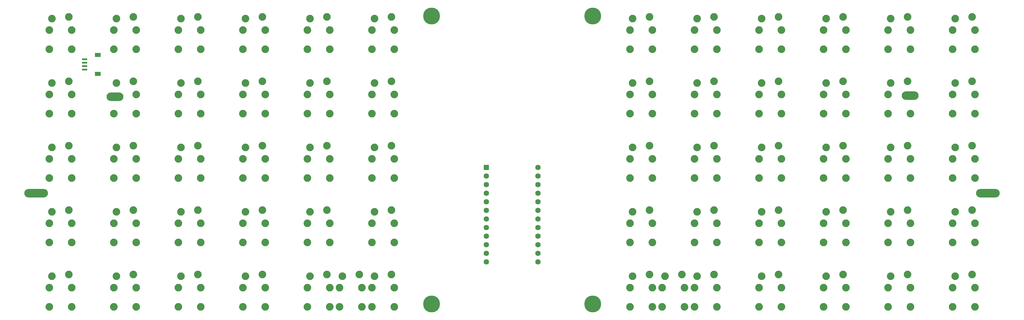
<source format=gbr>
G04 #@! TF.GenerationSoftware,KiCad,Pcbnew,(6.99.0-566-g22ff66f142)*
G04 #@! TF.CreationDate,2022-04-28T17:10:11+03:00*
G04 #@! TF.ProjectId,lumberjerk,6c756d62-6572-46a6-9572-6b2e6b696361,1.2*
G04 #@! TF.SameCoordinates,Original*
G04 #@! TF.FileFunction,Soldermask,Bot*
G04 #@! TF.FilePolarity,Negative*
%FSLAX46Y46*%
G04 Gerber Fmt 4.6, Leading zero omitted, Abs format (unit mm)*
G04 Created by KiCad (PCBNEW (6.99.0-566-g22ff66f142)) date 2022-04-28 17:10:11*
%MOMM*%
%LPD*%
G01*
G04 APERTURE LIST*
%ADD10C,5.000000*%
%ADD11O,7.000000X2.500000*%
%ADD12C,2.250000*%
%ADD13O,5.000000X2.500000*%
%ADD14R,1.600000X1.600000*%
%ADD15C,1.600000*%
%ADD16R,1.800000X1.200000*%
%ADD17R,1.550000X0.600000*%
G04 APERTURE END LIST*
D10*
X128587608Y-59531300D03*
X176212648Y-59531300D03*
X128587608Y-144661059D03*
X176212648Y-144661059D03*
D11*
X11905967Y-111893749D03*
X292893717Y-111893749D03*
D12*
X196724968Y-139835000D03*
X196724968Y-145555000D03*
X197524968Y-136493750D03*
X202524968Y-135993750D03*
X203324968Y-139835000D03*
X203324968Y-145555000D03*
X110999968Y-63635000D03*
X110999968Y-69355000D03*
X111799968Y-60293750D03*
X116799968Y-59793750D03*
X117599968Y-63635000D03*
X117599968Y-69355000D03*
X91949968Y-63635000D03*
X91949968Y-69355000D03*
X92749968Y-60293750D03*
X97749968Y-59793750D03*
X98549968Y-63635000D03*
X98549968Y-69355000D03*
X34799968Y-101735000D03*
X34799968Y-107455000D03*
X35599968Y-98393750D03*
X40599968Y-97893750D03*
X41399968Y-101735000D03*
X41399968Y-107455000D03*
X187199968Y-63635000D03*
X187199968Y-69355000D03*
X187999968Y-60293750D03*
X192999968Y-59793750D03*
X193799968Y-63635000D03*
X193799968Y-69355000D03*
D13*
X269959967Y-82995749D03*
D12*
X53849968Y-120785000D03*
X53849968Y-126505000D03*
X54649968Y-117443750D03*
X59649968Y-116943750D03*
X60449968Y-120785000D03*
X60449968Y-126505000D03*
X187199968Y-82685000D03*
X187199968Y-88405000D03*
X187999968Y-79343750D03*
X192999968Y-78843750D03*
X193799968Y-82685000D03*
X193799968Y-88405000D03*
X225299968Y-63635000D03*
X225299968Y-69355000D03*
X226099968Y-60293750D03*
X231099968Y-59793750D03*
X231899968Y-63635000D03*
X231899968Y-69355000D03*
X110999968Y-82685000D03*
X110999968Y-88405000D03*
X111799968Y-79343750D03*
X116799968Y-78843750D03*
X117599968Y-82685000D03*
X117599968Y-88405000D03*
X34799968Y-63635000D03*
X34799968Y-69355000D03*
X35599968Y-60293750D03*
X40599968Y-59793750D03*
X41399968Y-63635000D03*
X41399968Y-69355000D03*
X72899968Y-63635000D03*
X72899968Y-69355000D03*
X73699968Y-60293750D03*
X78699968Y-59793750D03*
X79499968Y-63635000D03*
X79499968Y-69355000D03*
X15749968Y-139835000D03*
X15749968Y-145555000D03*
X16549968Y-136493750D03*
X21549968Y-135993750D03*
X22349968Y-139835000D03*
X22349968Y-145555000D03*
X53849968Y-63635000D03*
X53849968Y-69355000D03*
X54649968Y-60293750D03*
X59649968Y-59793750D03*
X60449968Y-63635000D03*
X60449968Y-69355000D03*
X206249968Y-139835000D03*
X206249968Y-145555000D03*
X207049968Y-136493750D03*
X212049968Y-135993750D03*
X212849968Y-139835000D03*
X212849968Y-145555000D03*
X282449968Y-139835000D03*
X282449968Y-145555000D03*
X283249968Y-136493750D03*
X288249968Y-135993750D03*
X289049968Y-139835000D03*
X289049968Y-145555000D03*
X15749968Y-120785000D03*
X15749968Y-126505000D03*
X16549968Y-117443750D03*
X21549968Y-116943750D03*
X22349968Y-120785000D03*
X22349968Y-126505000D03*
X263399968Y-82685000D03*
X263399968Y-88405000D03*
X264199968Y-79343750D03*
X269199968Y-78843750D03*
X269999968Y-88405000D03*
X53849968Y-101735000D03*
X53849968Y-107455000D03*
X54649968Y-98393750D03*
X59649968Y-97893750D03*
X60449968Y-101735000D03*
X60449968Y-107455000D03*
X244349968Y-101735000D03*
X244349968Y-107455000D03*
X245149968Y-98393750D03*
X250149968Y-97893750D03*
X250949968Y-101735000D03*
X250949968Y-107455000D03*
X263399968Y-63635000D03*
X263399968Y-69355000D03*
X264199968Y-60293750D03*
X269199968Y-59793750D03*
X269999968Y-63635000D03*
X269999968Y-69355000D03*
X101474968Y-139835000D03*
X101474968Y-145555000D03*
X102274968Y-136493750D03*
X107274968Y-135993750D03*
X108074968Y-139835000D03*
X108074968Y-145555000D03*
X244349968Y-63635000D03*
X244349968Y-69355000D03*
X245149968Y-60293750D03*
X250149968Y-59793750D03*
X250949968Y-63635000D03*
X250949968Y-69355000D03*
X187199968Y-139835000D03*
X187199968Y-145555000D03*
X187999968Y-136493750D03*
X192999968Y-135993750D03*
X193799968Y-139835000D03*
X193799968Y-145555000D03*
D13*
X35124967Y-83343749D03*
D12*
X53849968Y-139835000D03*
X53849968Y-145555000D03*
X54649968Y-136493750D03*
X59649968Y-135993750D03*
X60449968Y-139835000D03*
X60449968Y-145555000D03*
X263399968Y-101735000D03*
X263399968Y-107455000D03*
X264199968Y-98393750D03*
X269199968Y-97893750D03*
X269999968Y-101735000D03*
X269999968Y-107455000D03*
X91949968Y-101735000D03*
X91949968Y-107455000D03*
X92749968Y-98393750D03*
X97749968Y-97893750D03*
X98549968Y-101735000D03*
X98549968Y-107455000D03*
X110999968Y-101735000D03*
X110999968Y-107455000D03*
X111799968Y-98393750D03*
X116799968Y-97893750D03*
X117599968Y-101735000D03*
X117599968Y-107455000D03*
X282449968Y-120785000D03*
X282449968Y-126505000D03*
X283249968Y-117443750D03*
X288249968Y-116943750D03*
X289049968Y-120785000D03*
X289049968Y-126505000D03*
X244349968Y-139835000D03*
X244349968Y-145555000D03*
X245149968Y-136493750D03*
X250149968Y-135993750D03*
X250949968Y-139835000D03*
X250949968Y-145555000D03*
X263399968Y-139835000D03*
X263399968Y-145555000D03*
X264199968Y-136493750D03*
X269199968Y-135993750D03*
X269999968Y-139835000D03*
X269999968Y-145555000D03*
X110999968Y-139835000D03*
X110999968Y-145555000D03*
X111799968Y-136493750D03*
X116799968Y-135993750D03*
X117599968Y-139835000D03*
X117599968Y-145555000D03*
X244349968Y-82685000D03*
X244349968Y-88405000D03*
X245149968Y-79343750D03*
X250149968Y-78843750D03*
X250949968Y-82685000D03*
X250949968Y-88405000D03*
X282449968Y-82685000D03*
X282449968Y-88405000D03*
X283249968Y-79343750D03*
X288249968Y-78843750D03*
X289049968Y-82685000D03*
X289049968Y-88405000D03*
X187199968Y-101735000D03*
X187199968Y-107455000D03*
X187999968Y-98393750D03*
X192999968Y-97893750D03*
X193799968Y-101735000D03*
X193799968Y-107455000D03*
X91949968Y-82685000D03*
X91949968Y-88405000D03*
X92749968Y-79343750D03*
X97749968Y-78843750D03*
X98549968Y-82685000D03*
X98549968Y-88405000D03*
X15749968Y-63635000D03*
X15749968Y-69355000D03*
X16549968Y-60293750D03*
X21549968Y-59793750D03*
X22349968Y-63635000D03*
X22349968Y-69355000D03*
X187199968Y-120785000D03*
X187199968Y-126505000D03*
X187999968Y-117443750D03*
X192999968Y-116943750D03*
X193799968Y-120785000D03*
X193799968Y-126505000D03*
X206249968Y-120785000D03*
X206249968Y-126505000D03*
X207049968Y-117443750D03*
X212049968Y-116943750D03*
X212849968Y-120785000D03*
X212849968Y-126505000D03*
X244349968Y-120785000D03*
X244349968Y-126505000D03*
X245149968Y-117443750D03*
X250149968Y-116943750D03*
X250949968Y-120785000D03*
X250949968Y-126505000D03*
X72899968Y-82685000D03*
X72899968Y-88405000D03*
X73699968Y-79343750D03*
X78699968Y-78843750D03*
X79499968Y-82685000D03*
X79499968Y-88405000D03*
X34799968Y-88405000D03*
X35599968Y-79343750D03*
X40599968Y-78843750D03*
X41399968Y-82685000D03*
X41399968Y-88405000D03*
X72899968Y-101735000D03*
X72899968Y-107455000D03*
X73699968Y-98393750D03*
X78699968Y-97893750D03*
X79499968Y-101735000D03*
X79499968Y-107455000D03*
D14*
X144779967Y-104298749D03*
D15*
X144779968Y-106838750D03*
X144779968Y-109378750D03*
X144779968Y-111918750D03*
X144779968Y-114458750D03*
X144779968Y-116998750D03*
X144779968Y-119538750D03*
X144779968Y-122078750D03*
X144779968Y-124618750D03*
X144779968Y-127158750D03*
X144779968Y-129698750D03*
X144779968Y-132238750D03*
X160019968Y-132238750D03*
X160019968Y-129698750D03*
X160019968Y-127158750D03*
X160019968Y-124618750D03*
X160019968Y-122078750D03*
X160019968Y-119538750D03*
X160019968Y-116998750D03*
X160019968Y-114458750D03*
X160019968Y-111918750D03*
X160019968Y-109378750D03*
X160019968Y-106838750D03*
X160019968Y-104298750D03*
D12*
X206249968Y-63635000D03*
X206249968Y-69355000D03*
X207049968Y-60293750D03*
X212049968Y-59793750D03*
X212849968Y-63635000D03*
X212849968Y-69355000D03*
X206249968Y-82685000D03*
X206249968Y-88405000D03*
X207049968Y-79343750D03*
X212049968Y-78843750D03*
X212849968Y-82685000D03*
X212849968Y-88405000D03*
X282450240Y-63635054D03*
X282450240Y-69355054D03*
X283250240Y-60293804D03*
X288250240Y-59793804D03*
X289050240Y-63635054D03*
X289050240Y-69355054D03*
X91949968Y-139835000D03*
X91949968Y-145555000D03*
X92749968Y-136493750D03*
X97749968Y-135993750D03*
X98549968Y-139835000D03*
X98549968Y-145555000D03*
X225299968Y-82685000D03*
X225299968Y-88405000D03*
X226099968Y-79343750D03*
X231099968Y-78843750D03*
X231899968Y-82685000D03*
X231899968Y-88405000D03*
X91949968Y-120785000D03*
X91949968Y-126505000D03*
X92749968Y-117443750D03*
X97749968Y-116943750D03*
X98549968Y-120785000D03*
X98549968Y-126505000D03*
X72899968Y-139835000D03*
X72899968Y-145555000D03*
X73699968Y-136493750D03*
X78699968Y-135993750D03*
X79499968Y-139835000D03*
X79499968Y-145555000D03*
X110999968Y-120785000D03*
X110999968Y-126505000D03*
X111799968Y-117443750D03*
X116799968Y-116943750D03*
X117599968Y-120785000D03*
X117599968Y-126505000D03*
X225299968Y-120785000D03*
X225299968Y-126505000D03*
X226099968Y-117443750D03*
X231099968Y-116943750D03*
X231899968Y-120785000D03*
X231899968Y-126505000D03*
X34799968Y-120785000D03*
X34799968Y-126505000D03*
X35599968Y-117443750D03*
X40599968Y-116943750D03*
X41399968Y-120785000D03*
X41399968Y-126505000D03*
X282449968Y-101735000D03*
X282449968Y-107455000D03*
X283249968Y-98393750D03*
X288249968Y-97893750D03*
X289049968Y-101735000D03*
X289049968Y-107455000D03*
X34799968Y-139835000D03*
X34799968Y-145555000D03*
X35599968Y-136493750D03*
X40599968Y-135993750D03*
X41399968Y-139835000D03*
X41399968Y-145555000D03*
X15749968Y-101735000D03*
X15749968Y-107455000D03*
X16549968Y-98393750D03*
X21549968Y-97893750D03*
X22349968Y-101735000D03*
X22349968Y-107455000D03*
X225299968Y-101735000D03*
X225299968Y-107455000D03*
X226099968Y-98393750D03*
X231099968Y-97893750D03*
X231899968Y-101735000D03*
X231899968Y-107455000D03*
X206249968Y-101735000D03*
X206249968Y-107455000D03*
X207049968Y-98393750D03*
X212049968Y-97893750D03*
X212849968Y-101735000D03*
X212849968Y-107455000D03*
X53849968Y-82685000D03*
X53849968Y-88405000D03*
X54649968Y-79343750D03*
X59649968Y-78843750D03*
X60449968Y-82685000D03*
X60449968Y-88405000D03*
X225299968Y-139835000D03*
X225299968Y-145555000D03*
X226099968Y-136493750D03*
X231099968Y-135993750D03*
X231899968Y-139835000D03*
X231899968Y-145555000D03*
X263399968Y-120785000D03*
X263399968Y-126505000D03*
X264199968Y-117443750D03*
X269199968Y-116943750D03*
X269999968Y-120785000D03*
X269999968Y-126505000D03*
X72899968Y-120785000D03*
X72899968Y-126505000D03*
X73699968Y-117443750D03*
X78699968Y-116943750D03*
X79499968Y-120785000D03*
X79499968Y-126505000D03*
X15749968Y-82685000D03*
X15749968Y-88405000D03*
X16549968Y-79343750D03*
X21549968Y-78843750D03*
X22349968Y-82685000D03*
X22349968Y-88405000D03*
D16*
X30056217Y-71018749D03*
X30056217Y-76618749D03*
D17*
X26181217Y-72318749D03*
X26181217Y-73318749D03*
X26181217Y-74318749D03*
X26181217Y-75318749D03*
M02*

</source>
